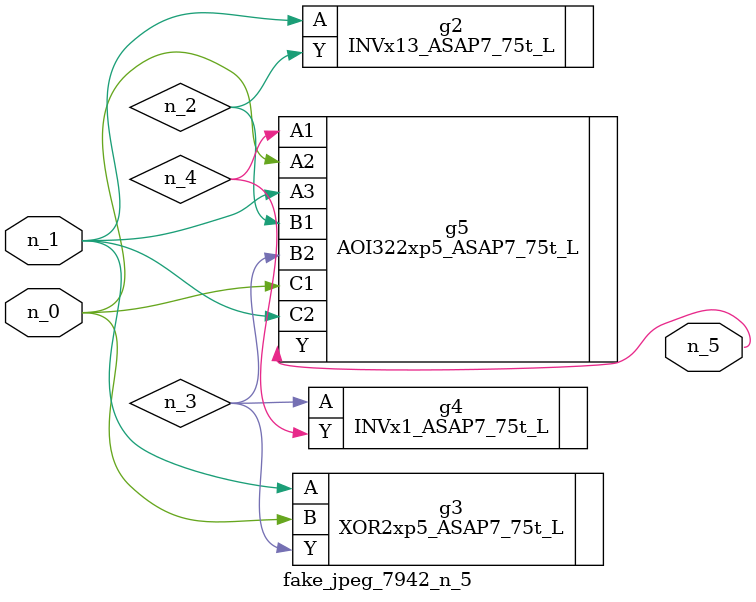
<source format=v>
module fake_jpeg_7942_n_5 (n_0, n_1, n_5);

input n_0;
input n_1;

output n_5;

wire n_2;
wire n_3;
wire n_4;

INVx13_ASAP7_75t_L g2 ( 
.A(n_1),
.Y(n_2)
);

XOR2xp5_ASAP7_75t_L g3 ( 
.A(n_1),
.B(n_0),
.Y(n_3)
);

INVx1_ASAP7_75t_L g4 ( 
.A(n_3),
.Y(n_4)
);

AOI322xp5_ASAP7_75t_L g5 ( 
.A1(n_4),
.A2(n_0),
.A3(n_1),
.B1(n_2),
.B2(n_3),
.C1(n_0),
.C2(n_1),
.Y(n_5)
);


endmodule
</source>
